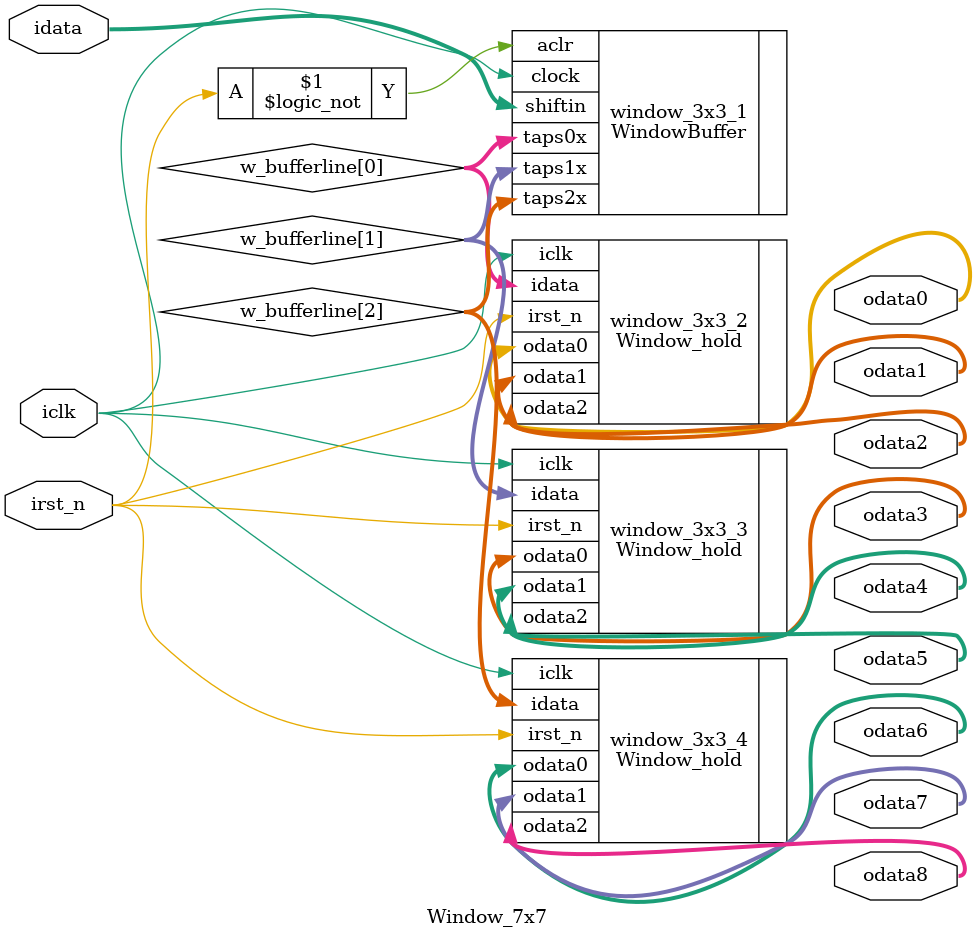
<source format=v>
`timescale 1 ps / 1 ps

module Window_7x7 (
	input            iclk,
	input       		  	irst_n,
	input			[8:0]   	idata,
	output	 [8:0]   	odata0,
	output		[8:0]   	odata1,
	output		[8:0]  	 odata2,
	output		[8:0]  	 odata3,
	output		[8:0]  	 odata4,
	output		[8:0]  	 odata5,
	output		[8:0]  	 odata6,
	output		[8:0]  	 odata7,
	output		[8:0]  	 odata8
);

wire	[8:0]	w_bufferline[2:0]; 

WindowBuffer window_3x3_1(
	.aclr(!irst_n),
	.clock(iclk),
	.shiftin(idata),
	.taps0x(w_bufferline[0]),
	.taps1x(w_bufferline[1]),
	.taps2x(w_bufferline[2])
);

Window_hold window_3x3_2(
	.iclk(iclk),
	.irst_n(irst_n),
	.idata(w_bufferline[0]),
	.odata0(odata0),
	.odata1(odata1),
	.odata2(odata2)
);

Window_hold window_3x3_3(
	.iclk(iclk),
	.irst_n(irst_n),
	.idata(w_bufferline[1]),
	.odata0(odata3),
	.odata1(odata4),
	.odata2(odata5)
);

Window_hold window_3x3_4(
	.iclk(iclk),
	.irst_n(irst_n),
	.idata(w_bufferline[2]),
	.odata0(odata6),
	.odata1(odata7),
	.odata2(odata8)
);

endmodule 


</source>
